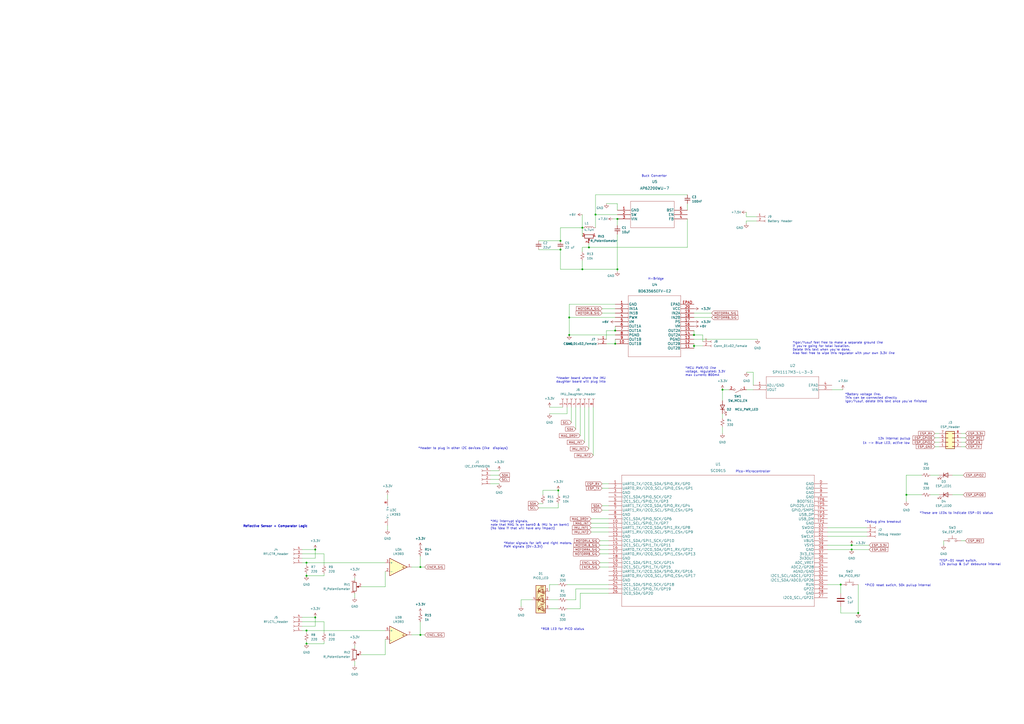
<source format=kicad_sch>
(kicad_sch (version 20211123) (generator eeschema)
  (paper "A2")
  (junction (at 356.87 199.39))
  (junction (at 356.87 191.77))
  (junction (at 337.82 156.21))
  (junction (at 497.84 355.6))
  (junction (at 525.78 287.02))
  (junction (at 330.2 194.31))
  (junction (at 177.8 365.76))
  (junction (at 182.88 358.14))
  (junction (at 325.12 144.78))
  (junction (at 358.14 156.21))
  (junction (at 345.44 124.46))
  (junction (at 243.84 368.3))
  (junction (at 341.63 143.51))
  (junction (at 487.68 339.09))
  (junction (at 494.03 316.23))
  (junction (at 177.8 334.01))
  (junction (at 402.59 200.66))
  (junction (at 337.82 132.08))
  (junction (at 325.12 139.7))
  (junction (at 330.2 184.15))
  (junction (at 243.84 328.93))
  (junction (at 358.14 127))
  (junction (at 494.03 318.77))
  (junction (at 323.85 284.48))
  (junction (at 402.59 194.31))
  (junction (at 182.88 318.77))
  (junction (at 177.8 373.38))
  (junction (at 177.8 326.39))
  (junction (at 419.1 226.06))
  (wire (pts (xy 359.41 127) (xy 358.14 127)))
  (wire (pts (xy 177.8 372.11) (xy 177.8 373.38)))
  (wire (pts (xy 325.12 132.08) (xy 337.82 132.08)))
  (wire (pts (xy 337.82 124.46) (xy 337.82 132.08)))
  (wire (pts (xy 342.9 306.07) (xy 353.06 306.07)))
  (wire (pts (xy 351.79 196.85) (xy 351.79 191.77)))
  (wire (pts (xy 502.92 306.07) (xy 480.06 306.07)))
  (wire (pts (xy 497.84 339.09) (xy 497.84 355.6)))
  (wire (pts (xy 314.96 284.48) (xy 323.85 284.48)))
  (wire (pts (xy 312.42 294.64) (xy 323.85 294.64)))
  (wire (pts (xy 243.84 328.93) (xy 246.38 328.93)))
  (wire (pts (xy 432.9539 123.083) (xy 432.9539 125.6615)))
  (wire (pts (xy 436.88 215.9) (xy 433.07 215.9)))
  (wire (pts (xy 345.44 124.46) (xy 358.14 124.46)))
  (wire (pts (xy 318.77 347.98) (xy 323.85 347.98)))
  (wire (pts (xy 349.25 293.37) (xy 353.06 293.37)))
  (wire (pts (xy 557.53 313.69) (xy 560.07 313.69)))
  (wire (pts (xy 243.84 368.3) (xy 246.38 368.3)))
  (wire (pts (xy 284.48 275.59) (xy 289.56 275.59)))
  (wire (pts (xy 334.01 236.22) (xy 334.01 248.92)))
  (wire (pts (xy 407.67 198.12) (xy 407.67 194.31)))
  (wire (pts (xy 325.12 144.78) (xy 325.12 156.21)))
  (wire (pts (xy 325.12 139.7) (xy 325.12 132.08)))
  (wire (pts (xy 402.59 181.61) (xy 412.75 181.61)))
  (wire (pts (xy 552.45 287.02) (xy 558.8 287.02)))
  (wire (pts (xy 238.76 328.93) (xy 243.84 328.93)))
  (wire (pts (xy 356.87 196.85) (xy 356.87 199.39)))
  (wire (pts (xy 349.25 181.61) (xy 356.87 181.61)))
  (wire (pts (xy 177.8 365.76) (xy 223.52 365.76)))
  (wire (pts (xy 175.26 360.68) (xy 187.96 360.68)))
  (wire (pts (xy 302.26 347.98) (xy 308.61 347.98)))
  (wire (pts (xy 525.78 275.59) (xy 525.78 287.02)))
  (wire (pts (xy 407.67 194.31) (xy 402.59 194.31)))
  (wire (pts (xy 542.29 251.46) (xy 544.83 251.46)))
  (wire (pts (xy 337.82 151.13) (xy 337.82 156.21)))
  (wire (pts (xy 342.9 308.61) (xy 353.06 308.61)))
  (wire (pts (xy 175.26 318.77) (xy 182.88 318.77)))
  (wire (pts (xy 325.12 156.21) (xy 337.82 156.21)))
  (wire (pts (xy 182.88 323.85) (xy 182.88 318.77)))
  (wire (pts (xy 345.44 113.03) (xy 345.44 124.46)))
  (wire (pts (xy 328.93 347.98) (xy 334.01 347.98)))
  (wire (pts (xy 312.42 292.1) (xy 314.96 292.1)))
  (wire (pts (xy 542.29 254) (xy 544.83 254)))
  (wire (pts (xy 328.93 339.09) (xy 353.06 339.09)))
  (wire (pts (xy 205.74 344.17) (xy 205.74 346.71)))
  (wire (pts (xy 345.44 124.46) (xy 345.44 132.08)))
  (wire (pts (xy 487.68 351.79) (xy 487.68 355.6)))
  (wire (pts (xy 223.52 340.36) (xy 223.52 331.47)))
  (wire (pts (xy 358.14 118.11) (xy 358.14 121.92)))
  (wire (pts (xy 356.87 189.23) (xy 356.87 191.77)))
  (wire (pts (xy 502.92 311.15) (xy 480.06 311.15)))
  (wire (pts (xy 419.1 247.65) (xy 419.1 251.46)))
  (wire (pts (xy 398.78 118.11) (xy 398.78 121.92)))
  (wire (pts (xy 331.47 236.22) (xy 331.47 245.11)))
  (wire (pts (xy 482.6 226.06) (xy 488.95 226.06)))
  (wire (pts (xy 402.59 199.39) (xy 402.59 200.66)))
  (wire (pts (xy 205.74 374.65) (xy 205.74 375.92)))
  (wire (pts (xy 330.2 184.15) (xy 356.87 184.15)))
  (wire (pts (xy 312.42 144.78) (xy 325.12 144.78)))
  (wire (pts (xy 336.55 344.17) (xy 336.55 353.06)))
  (wire (pts (xy 341.63 236.22) (xy 341.63 260.35)))
  (wire (pts (xy 358.14 156.21) (xy 358.14 135.89)))
  (wire (pts (xy 552.45 275.59) (xy 558.8 275.59)))
  (wire (pts (xy 432.9043 128.2015) (xy 432.9043 129.5787)))
  (wire (pts (xy 330.2 184.15) (xy 330.2 194.31)))
  (wire (pts (xy 177.8 332.74) (xy 177.8 334.01)))
  (wire (pts (xy 432.9539 125.6615) (xy 438.8819 125.6615)))
  (wire (pts (xy 542.29 259.08) (xy 544.83 259.08)))
  (wire (pts (xy 243.84 322.58) (xy 243.84 328.93)))
  (wire (pts (xy 284.48 273.05) (xy 289.56 273.05)))
  (wire (pts (xy 353.06 341.63) (xy 334.01 341.63)))
  (wire (pts (xy 187.96 372.11) (xy 187.96 373.38)))
  (wire (pts (xy 494.03 318.77) (xy 504.19 318.77)))
  (wire (pts (xy 557.53 256.54) (xy 560.07 256.54)))
  (wire (pts (xy 402.59 191.77) (xy 402.59 194.31)))
  (wire (pts (xy 402.59 196.85) (xy 439.42 196.85)))
  (wire (pts (xy 353.06 344.17) (xy 336.55 344.17)))
  (wire (pts (xy 347.98 318.77) (xy 353.06 318.77)))
  (wire (pts (xy 284.48 278.13) (xy 289.56 278.13)))
  (wire (pts (xy 344.17 236.22) (xy 344.17 264.16)))
  (wire (pts (xy 351.79 118.11) (xy 358.14 118.11)))
  (wire (pts (xy 398.78 113.03) (xy 345.44 113.03)))
  (wire (pts (xy 358.14 127) (xy 358.14 130.81)))
  (wire (pts (xy 177.8 326.39) (xy 223.52 326.39)))
  (wire (pts (xy 175.26 363.22) (xy 182.88 363.22)))
  (wire (pts (xy 349.25 283.21) (xy 353.06 283.21)))
  (wire (pts (xy 318.77 353.06) (xy 323.85 353.06)))
  (wire (pts (xy 547.37 313.69) (xy 547.37 316.23)))
  (wire (pts (xy 347.98 328.93) (xy 353.06 328.93)))
  (wire (pts (xy 187.96 321.31) (xy 187.96 327.66)))
  (wire (pts (xy 534.67 275.59) (xy 525.78 275.59)))
  (wire (pts (xy 330.2 194.31) (xy 356.87 194.31)))
  (wire (pts (xy 419.1 226.06) (xy 419.1 232.41)))
  (wire (pts (xy 398.78 127) (xy 398.78 143.51)))
  (wire (pts (xy 358.14 157.48) (xy 358.14 156.21)))
  (wire (pts (xy 349.25 280.67) (xy 353.06 280.67)))
  (wire (pts (xy 318.77 339.09) (xy 318.77 342.9)))
  (wire (pts (xy 347.98 326.39) (xy 353.06 326.39)))
  (wire (pts (xy 539.75 287.02) (xy 544.83 287.02)))
  (wire (pts (xy 182.88 363.22) (xy 182.88 358.14)))
  (wire (pts (xy 187.96 334.01) (xy 177.8 334.01)))
  (wire (pts (xy 243.84 360.68) (xy 243.84 368.3)))
  (wire (pts (xy 323.85 284.48) (xy 323.85 287.02)))
  (wire (pts (xy 419.1 226.06) (xy 422.91 226.06)))
  (wire (pts (xy 175.26 321.31) (xy 187.96 321.31)))
  (wire (pts (xy 328.93 240.03) (xy 318.77 240.03)))
  (wire (pts (xy 224.79 304.8) (xy 224.79 307.34)))
  (wire (pts (xy 341.63 140.97) (xy 341.63 143.51)))
  (wire (pts (xy 209.55 340.36) (xy 223.52 340.36)))
  (wire (pts (xy 402.59 184.15) (xy 412.75 184.15)))
  (wire (pts (xy 438.8819 128.2015) (xy 432.9043 128.2015)))
  (wire (pts (xy 224.79 287.02) (xy 224.79 289.56)))
  (wire (pts (xy 312.42 139.7) (xy 325.12 139.7)))
  (wire (pts (xy 480.06 318.77) (xy 494.03 318.77)))
  (wire (pts (xy 330.2 176.53) (xy 356.87 176.53)))
  (wire (pts (xy 419.1 240.03) (xy 419.1 242.57)))
  (wire (pts (xy 284.48 280.67) (xy 289.56 280.67)))
  (wire (pts (xy 177.8 326.39) (xy 177.8 327.66)))
  (wire (pts (xy 318.77 236.22) (xy 326.39 236.22)))
  (wire (pts (xy 339.09 236.22) (xy 339.09 256.54)))
  (wire (pts (xy 342.9 303.53) (xy 353.06 303.53)))
  (wire (pts (xy 487.68 339.09) (xy 487.68 344.17)))
  (wire (pts (xy 557.53 251.46) (xy 560.07 251.46)))
  (wire (pts (xy 349.25 179.07) (xy 356.87 179.07)))
  (wire (pts (xy 557.53 259.08) (xy 560.07 259.08)))
  (wire (pts (xy 314.96 287.02) (xy 314.96 284.48)))
  (wire (pts (xy 351.79 191.77) (xy 356.87 191.77)))
  (wire (pts (xy 336.55 236.22) (xy 336.55 252.73)))
  (wire (pts (xy 355.6 127) (xy 358.14 127)))
  (wire (pts (xy 175.26 326.39) (xy 177.8 326.39)))
  (wire (pts (xy 302.26 347.98) (xy 302.26 351.79)))
  (wire (pts (xy 175.26 323.85) (xy 182.88 323.85)))
  (wire (pts (xy 177.8 365.76) (xy 177.8 367.03)))
  (wire (pts (xy 525.78 287.02) (xy 534.67 287.02)))
  (wire (pts (xy 433.07 226.06) (xy 436.88 226.06)))
  (wire (pts (xy 402.59 200.66) (xy 402.59 201.93)))
  (wire (pts (xy 494.03 316.23) (xy 504.19 316.23)))
  (wire (pts (xy 323.85 294.64) (xy 323.85 292.1)))
  (wire (pts (xy 205.74 335.28) (xy 205.74 336.55)))
  (wire (pts (xy 480.06 316.23) (xy 494.03 316.23)))
  (wire (pts (xy 205.74 383.54) (xy 205.74 386.08)))
  (wire (pts (xy 342.9 300.99) (xy 353.06 300.99)))
  (wire (pts (xy 187.96 373.38) (xy 177.8 373.38)))
  (wire (pts (xy 525.78 287.02) (xy 525.78 290.83)))
  (wire (pts (xy 539.75 275.59) (xy 544.83 275.59)))
  (wire (pts (xy 328.93 236.22) (xy 328.93 240.03)))
  (wire (pts (xy 557.53 254) (xy 560.07 254)))
  (wire (pts (xy 223.52 379.73) (xy 223.52 370.84)))
  (wire (pts (xy 351.79 199.39) (xy 356.87 199.39)))
  (wire (pts (xy 341.63 143.51) (xy 398.78 143.51)))
  (wire (pts (xy 187.96 332.74) (xy 187.96 334.01)))
  (wire (pts (xy 175.26 365.76) (xy 177.8 365.76)))
  (wire (pts (xy 330.2 176.53) (xy 330.2 184.15)))
  (wire (pts (xy 337.82 143.51) (xy 341.63 143.51)))
  (wire (pts (xy 328.93 353.06) (xy 336.55 353.06)))
  (wire (pts (xy 487.68 355.6) (xy 497.84 355.6)))
  (wire (pts (xy 337.82 143.51) (xy 337.82 146.05)))
  (wire (pts (xy 209.55 379.73) (xy 223.52 379.73)))
  (wire (pts (xy 337.82 132.08) (xy 337.82 137.16)))
  (wire (pts (xy 502.92 308.61) (xy 480.06 308.61)))
  (wire (pts (xy 175.26 358.14) (xy 182.88 358.14)))
  (wire (pts (xy 542.29 256.54) (xy 544.83 256.54)))
  (wire (pts (xy 347.98 316.23) (xy 353.06 316.23)))
  (wire (pts (xy 238.76 368.3) (xy 243.84 368.3)))
  (wire (pts (xy 407.67 200.66) (xy 402.59 200.66)))
  (wire (pts (xy 349.25 295.91) (xy 353.06 295.91)))
  (wire (pts (xy 323.85 339.09) (xy 318.77 339.09)))
  (wire (pts (xy 187.96 360.68) (xy 187.96 367.03)))
  (wire (pts (xy 347.98 321.31) (xy 353.06 321.31)))
  (wire (pts (xy 334.01 341.63) (xy 334.01 347.98)))
  (wire (pts (xy 436.88 223.52) (xy 436.88 215.9)))
  (wire (pts (xy 480.06 339.09) (xy 487.68 339.09)))
  (wire (pts (xy 337.82 156.21) (xy 358.14 156.21)))
  (wire (pts (xy 347.98 313.69) (xy 353.06 313.69)))
  (text "*ESP-01 reset switch, \n12k pullup & 1uF debounce internal\n\n" (at 544.83 330.2 0) (effects (font (size 1.27 1.27)) (justify left bottom)))
  (text "Pico-Microcontroller\n" (at 426.72 274.32 0) (effects (font (size 1.27 1.27)) (justify left bottom)))
  (text "Buck Convertor\n" (at 372.11 102.87 0) (effects (font (size 1.27 1.27)) (justify left bottom)))
  (text "*PICO reset swtich, 50k pullup internal" (at 501.65 340.36 0) (effects (font (size 1.27 1.27)) (justify left bottom)))
  (text "*Battery voltage line.\nThis can be connected directly\nIgor/Yusuf, delete this text once you've finished" (at 490.22 233.68 0) (effects (font (size 1.27 1.27)) (justify left bottom)))
  (text "*IMU interrupt signals,\nnote that MAG is on bank0 & IMU is on bank1\n(No idea if that will have any impact)\n" (at 284.48 307.34 0) (effects (font (size 1.27 1.27)) (justify left bottom)))
  (text "*Header board where the IMU\ndaughter board will plug into" (at 322.58 222.25 0) (effects (font (size 1.27 1.27)) (justify left bottom)))
  (text "12k internal pullup\n" (at 509.27 255.27 0) (effects (font (size 1.27 1.27)) (justify left bottom)))
  (text "*Header to plug in other I2C devices (like  displays)\n\n" (at 242.57 262.89 0) (effects (font (size 1.27 1.27)) (justify left bottom)))
  (text "*RGB LED for PICO status\n" (at 313.69 365.76 0) (effects (font (size 1.27 1.27)) (justify left bottom)))
  (text "Reflective Sensor + Comparator Logic\n" (at 140.97 306.07 0) (effects (font (size 1.27 1.27) (thickness 0.254) bold) (justify left bottom)))
  (text "*Debug pins breakout" (at 501.65 303.53 0) (effects (font (size 1.27 1.27)) (justify left bottom)))
  (text "*MCU PWR/IO line\nvoltage, regulated: 3.3V\nmax current: 800mA" (at 397.51 218.44 0) (effects (font (size 1.27 1.27)) (justify left bottom)))
  (text "*Motor signals for left and right motors. \nPWM signals (0V-3.3V)\n\n" (at 292.1 320.04 0) (effects (font (size 1.27 1.27)) (justify left bottom)))
  (text "H-Bridge\n" (at 375.92 162.56 0) (effects (font (size 1.27 1.27)) (justify left bottom)))
  (text "1k -> Blue LED, active low" (at 500.38 257.81 0) (effects (font (size 1.27 1.27)) (justify left bottom)))
  (text "*These are LEDs to indicate ESP-01 status\n" (at 533.4 298.45 0) (effects (font (size 1.27 1.27)) (justify left bottom)))
  (text "*Igor/Yusuf feel free to make a separate ground line\nif you're going for total isolation.\nDelete this text when you're done.\nAlso feel free to wipe this regulator with your own 3.3V line" (at 459.74 205.74 0) (effects (font (size 1.27 1.27)) (justify left bottom)))
  (global_label "ESP_RST" (shape input) (at 560.07 313.69 0) (property "Intersheet References" "${INTERSHEET_REFS}" (effects hide)))
  (global_label "ESP_GPIO2" (shape input) (at 558.8 275.59 0) (property "Intersheet References" "${INTERSHEET_REFS}" (effects hide)))
  (global_label "MOTORLB_SIG" (shape input) (at 347.98 316.23 180) (property "Intersheet References" "${INTERSHEET_REFS}" (effects hide)))
  (global_label "SDA" (shape input) (at 334.01 248.92 180) (property "Intersheet References" "${INTERSHEET_REFS}" (effects hide)))
  (global_label "MOTORLA_SIG" (shape input) (at 349.25 179.07 180) (property "Intersheet References" "${INTERSHEET_REFS}" (effects hide)))
  (global_label "ENCL_SIG" (shape input) (at 347.98 326.39 180) (property "Intersheet References" "${INTERSHEET_REFS}" (effects hide)))
  (global_label "SDA" (shape input) (at 349.25 293.37 180) (property "Intersheet References" "${INTERSHEET_REFS}" (effects hide)))
  (global_label "MAG_INT" (shape input) (at 342.9 303.53 180) (property "Intersheet References" "${INTERSHEET_REFS}" (effects hide)))
  (global_label "ESP_GND" (shape input) (at 504.19 318.77 0) (property "Intersheet References" "${INTERSHEET_REFS}" (effects hide)))
  (global_label "MOTORLB_SIG" (shape input) (at 349.25 181.61 180) (property "Intersheet References" "${INTERSHEET_REFS}" (effects hide)))
  (global_label "MOTORRA_SIG" (shape input) (at 412.75 181.61 0) (property "Intersheet References" "${INTERSHEET_REFS}" (effects hide)))
  (global_label "MAG_INT" (shape input) (at 339.09 256.54 180) (property "Intersheet References" "${INTERSHEET_REFS}" (effects hide)))
  (global_label "ESP_GPIO0" (shape input) (at 558.8 287.02 0) (property "Intersheet References" "${INTERSHEET_REFS}" (effects hide)))
  (global_label "ESP_EN" (shape input) (at 560.07 256.54 0) (property "Intersheet References" "${INTERSHEET_REFS}" (effects hide)))
  (global_label "IMU_INT1" (shape input) (at 341.63 260.35 180) (property "Intersheet References" "${INTERSHEET_REFS}" (effects hide)))
  (global_label "ENCR_SIG" (shape input) (at 347.98 328.93 180) (property "Intersheet References" "${INTERSHEET_REFS}" (effects hide)))
  (global_label "SDA" (shape input) (at 289.56 275.59 0) (property "Intersheet References" "${INTERSHEET_REFS}" (effects hide)))
  (global_label "ESP_GPIO0" (shape input) (at 542.29 254 180) (property "Intersheet References" "${INTERSHEET_REFS}" (effects hide)))
  (global_label "SCL" (shape input) (at 349.25 295.91 180) (property "Intersheet References" "${INTERSHEET_REFS}" (effects hide)))
  (global_label "SCL" (shape input) (at 331.47 245.11 180) (property "Intersheet References" "${INTERSHEET_REFS}" (effects hide)))
  (global_label "ESP_3.3V" (shape input) (at 504.19 316.23 0) (property "Intersheet References" "${INTERSHEET_REFS}" (effects hide)))
  (global_label "MAG_DRDY" (shape input) (at 342.9 300.99 180) (property "Intersheet References" "${INTERSHEET_REFS}" (effects hide)))
  (global_label "IMU_INT1" (shape input) (at 342.9 306.07 180) (property "Intersheet References" "${INTERSHEET_REFS}" (effects hide)))
  (global_label "ENCR_SIG" (shape input) (at 246.38 328.93 0) (property "Intersheet References" "${INTERSHEET_REFS}" (effects hide)))
  (global_label "MOTORRB_SIG" (shape input) (at 347.98 321.31 180) (property "Intersheet References" "${INTERSHEET_REFS}" (effects hide)))
  (global_label "ESP_RX" (shape input) (at 542.29 251.46 180) (property "Intersheet References" "${INTERSHEET_REFS}" (effects hide)))
  (global_label "ESP_3.3V" (shape input) (at 560.07 251.46 0) (property "Intersheet References" "${INTERSHEET_REFS}" (effects hide)))
  (global_label "SCL" (shape input) (at 312.42 294.64 180) (property "Intersheet References" "${INTERSHEET_REFS}" (effects hide)))
  (global_label "IMU_INT2" (shape input) (at 342.9 308.61 180) (property "Intersheet References" "${INTERSHEET_REFS}" (effects hide)))
  (global_label "ESP_GPIO2" (shape input) (at 542.29 256.54 180) (property "Intersheet References" "${INTERSHEET_REFS}" (effects hide)))
  (global_label "ESP_TX" (shape input) (at 560.07 259.08 0) (property "Intersheet References" "${INTERSHEET_REFS}" (effects hide)))
  (global_label "IMU_INT2" (shape input) (at 344.17 264.16 180) (property "Intersheet References" "${INTERSHEET_REFS}" (effects hide)))
  (global_label "MOTORRB_SIG" (shape input) (at 412.75 184.15 0) (property "Intersheet References" "${INTERSHEET_REFS}" (effects hide)))
  (global_label "SDA" (shape input) (at 312.42 292.1 180) (property "Intersheet References" "${INTERSHEET_REFS}" (effects hide)))
  (global_label "MOTORRA_SIG" (shape input) (at 347.98 318.77 180) (property "Intersheet References" "${INTERSHEET_REFS}" (effects hide)))
  (global_label "MAG_DRDY" (shape input) (at 336.55 252.73 180) (property "Intersheet References" "${INTERSHEET_REFS}" (effects hide)))
  (global_label "ESP_RST" (shape input) (at 560.07 254 0) (property "Intersheet References" "${INTERSHEET_REFS}" (effects hide)))
  (global_label "ENCL_SIG" (shape input) (at 246.38 368.3 0) (property "Intersheet References" "${INTERSHEET_REFS}" (effects hide)))
  (global_label "ESP_GND" (shape input) (at 542.29 259.08 180) (property "Intersheet References" "${INTERSHEET_REFS}" (effects hide)))
  (global_label "SCL" (shape input) (at 289.56 278.13 0) (property "Intersheet References" "${INTERSHEET_REFS}" (effects hide)))
  (global_label "MOTORLA_SIG" (shape input) (at 347.98 313.69 180) (property "Intersheet References" "${INTERSHEET_REFS}" (effects hide)))
  (global_label "ESP_RX" (shape input) (at 349.25 280.67 180) (property "Intersheet References" "${INTERSHEET_REFS}" (effects hide)))
  (global_label "ESP_TX" (shape input) (at 349.25 283.21 180) (property "Intersheet References" "${INTERSHEET_REFS}" (effects hide)))
  (symbol (lib_name "+3.3V_8") (lib_id "power:+3.3V") (at 419.1 226.06 0) (unit 1)
    (property "Reference" "#PWR0102" (effects hide))
    (property "Value" "+3.3V" (at 419.1 220.98 0))
  )
  (symbol (lib_id "power:GND") (at 351.79 118.11 0) (unit 1)
    (property "Reference" "#PWR0136" (effects hide))
    (property "Value" "GND" (at 347.98 120.65 0))
  )
  (symbol (lib_id "Device:R_Small_US") (at 187.96 369.57 180) (unit 1)
    (property "Reference" "R10" (at 190.5 368.2999 0) (effects (justify right)))
    (property "Value" "220" (at 190.5 370.8399 0) (effects (justify right)))
    (property "Footprint" "Resistor_SMD:R_1206_3216Metric_Pad1.30x1.75mm_HandSolder" (effects hide))
  )
  (symbol (lib_id "power:GND") (at 205.74 346.71 0) (unit 1)
    (property "Reference" "#PWR0125" (effects hide))
    (property "Value" "GND" (at 205.74 351.79 0))
  )
  (symbol (lib_name "+3.3V_6") (lib_id "power:+3.3V") (at 323.85 284.48 0) (unit 1)
    (property "Reference" "#PWR0119" (effects hide))
    (property "Value" "+3.3V" (at 323.85 279.4 0))
  )
  (symbol (lib_id "power:GND") (at 177.8 373.38 0) (unit 1)
    (property "Reference" "#PWR0121" (effects hide))
    (property "Value" "GND" (at 177.8 378.46 0))
  )
  (symbol (lib_id "Switch:SW_Push") (at 552.45 313.69 0) (unit 1)
    (property "Reference" "SW3" (at 552.45 306.07 0))
    (property "Value" "SW_ESP_RST" (at 552.45 308.61 0))
    (property "Footprint" "Button_Switch_THT:SW_PUSH_6mm_H4.3mm" (effects hide))
  )
  (symbol (lib_id "Buck Convertor:AP62200WU-7") (at 358.14 121.92 0) (unit 1)
    (property "Reference" "U5" (at 379.73 105.41 0) (effects (font (size 1.524 1.524))))
    (property "Value" "AP62200WU-7" (at 379.73 109.22 0) (effects (font (size 1.524 1.524))))
    (property "Footprint" "SMPS_3rdParty:AP62200WU-7" (effects hide))
  )
  (symbol (lib_id "Connector:Conn_01x02_Female") (at 443.9619 125.6615 0) (unit 1)
    (property "Reference" "J9" (at 445.2319 125.6614 0) (effects (justify left)))
    (property "Value" "Battery Header" (at 445.2319 128.2015 0) (effects (justify left)))
    (property "Footprint" "Connector_PinSocket_2.54mm:PinSocket_1x02_P2.54mm_Vertical" (effects hide))
  )
  (symbol (lib_id "Device:R_Small_US") (at 326.39 353.06 90) (unit 1)
    (property "Reference" "R3" (at 326.39 356.87 90))
    (property "Value" "330" (at 326.39 359.41 90))
    (property "Footprint" "Resistor_SMD:R_1206_3216Metric_Pad1.30x1.75mm_HandSolder" (effects hide))
  )
  (symbol (lib_id "Device:R_Small_US") (at 326.39 339.09 90) (unit 1)
    (property "Reference" "R2" (at 326.39 334.01 90))
    (property "Value" "330" (at 326.39 336.55 90))
    (property "Footprint" "Resistor_SMD:R_1206_3216Metric_Pad1.30x1.75mm_HandSolder" (effects hide))
  )
  (symbol (lib_id "Device:R_Potentiometer") (at 205.74 379.73 0) (unit 1)
    (property "Reference" "RV2" (at 203.2 378.4599 0) (effects (justify right)))
    (property "Value" "R_Potentiometer" (at 203.2 380.9999 0) (effects (justify right)))
    (property "Footprint" "Potentiometer_SMD:Potentiometer_Bourns_TC33X_Vertical" (effects hide))
  )
  (symbol (lib_name "+3.3V_11") (lib_id "power:+3.3V") (at 402.59 179.07 270) (unit 1)
    (property "Reference" "#PWR0130" (effects hide))
    (property "Value" "+3.3V" (at 406.4 179.0699 90) (effects (justify left)))
  )
  (symbol (lib_id "Device:R_Potentiometer") (at 205.74 340.36 0) (unit 1)
    (property "Reference" "RV1" (at 203.2 339.0899 0) (effects (justify right)))
    (property "Value" "R_Potentiometer" (at 203.2 341.6299 0) (effects (justify right)))
    (property "Footprint" "Potentiometer_SMD:Potentiometer_Bourns_TC33X_Vertical" (effects hide))
  )
  (symbol (lib_id "Connector:Conn_01x08_Female") (at 334.01 231.14 90) (unit 1)
    (property "Reference" "J6" (at 335.28 226.06 90))
    (property "Value" "IMU_Daughter_Header" (at 335.28 228.6 90))
    (property "Footprint" "Connector_PinSocket_2.54mm:PinSocket_1x08_P2.54mm_Vertical" (effects hide))
  )
  (symbol (lib_id "power:GND") (at 419.1 251.46 0) (unit 1)
    (property "Reference" "#PWR0106" (effects hide))
    (property "Value" "GND" (at 419.1 256.54 0))
  )
  (symbol (lib_id "power:GND") (at 497.84 355.6 0) (unit 1)
    (property "Reference" "#PWR0105" (effects hide))
    (property "Value" "GND" (at 497.84 360.68 0))
  )
  (symbol (lib_name "+3.3V_7") (lib_id "power:+3.3V") (at 224.79 287.02 0) (unit 1)
    (property "Reference" "#PWR0112" (effects hide))
    (property "Value" "+3.3V" (at 224.79 281.94 0))
  )
  (symbol (lib_id "power:GND") (at 224.79 307.34 0) (unit 1)
    (property "Reference" "#PWR0113" (effects hide))
    (property "Value" "GND" (at 224.79 312.42 0))
  )
  (symbol (lib_id "Device:C_Small") (at 312.42 142.24 0) (unit 1)
    (property "Reference" "C2" (at 314.96 140.9762 0) (effects (justify left)))
    (property "Value" "22uF" (at 314.96 143.5162 0) (effects (justify left)))
    (property "Footprint" "Capacitor_SMD:C_1206_3216Metric_Pad1.33x1.80mm_HandSolder" (effects hide))
  )
  (symbol (lib_id "Connector:Conn_01x04_Female") (at 279.4 278.13 180) (unit 1)
    (property "Reference" "J1" (at 276.86 267.97 0))
    (property "Value" "I2C_EXPANSION" (at 276.86 270.51 0))
    (property "Footprint" "Connector_PinSocket_2.54mm:PinSocket_1x04_P2.54mm_Vertical" (effects hide))
  )
  (symbol (lib_id "Device:R_Small_US") (at 243.84 358.14 180) (unit 1)
    (property "Reference" "R15" (at 246.38 356.8699 0) (effects (justify right)))
    (property "Value" "1k" (at 246.38 359.4099 0) (effects (justify right)))
    (property "Footprint" "Resistor_SMD:R_1206_3216Metric_Pad1.30x1.75mm_HandSolder" (effects hide))
  )
  (symbol (lib_id "power:+6V") (at 356.87 186.69 90) (unit 1)
    (property "Reference" "#PWR0117" (effects hide))
    (property "Value" "+6V" (at 353.06 186.6899 90) (effects (justify left)))
  )
  (symbol (lib_id "power:+7.5V") (at 488.95 226.06 0) (unit 1)
    (property "Reference" "#PWR0101" (effects hide))
    (property "Value" "+7.5V" (at 488.95 220.98 0))
  )
  (symbol (lib_id "power:GND") (at 439.42 196.85 0) (unit 1)
    (property "Reference" "#PWR0128" (effects hide))
    (property "Value" "GND" (at 439.42 201.93 0))
  )
  (symbol (lib_id "Comparator:LM393") (at 231.14 328.93 0) (unit 1)
    (property "Reference" "U3" (at 231.14 318.77 0))
    (property "Value" "LM393" (at 231.14 321.31 0))
    (property "Footprint" "Package_DIP:DIP-8_W7.62mm_LongPads" (effects hide))
    (property "Datasheet" "http://www.ti.com/lit/ds/symlink/lm393.pdf" (effects hide))
  )
  (symbol (lib_id "Device:R_Small_US") (at 187.96 330.2 180) (unit 1)
    (property "Reference" "R9" (at 190.5 328.9299 0) (effects (justify right)))
    (property "Value" "220" (at 190.5 331.4699 0) (effects (justify right)))
    (property "Footprint" "Resistor_SMD:R_1206_3216Metric_Pad1.30x1.75mm_HandSolder" (effects hide))
  )
  (symbol (lib_id "Device:R_Small_US") (at 323.85 289.56 180) (unit 1)
    (property "Reference" "R12" (at 326.39 288.2899 0) (effects (justify right)))
    (property "Value" "10k" (at 326.39 290.8299 0) (effects (justify right)))
    (property "Footprint" "Resistor_SMD:R_1206_3216Metric_Pad1.30x1.75mm_HandSolder" (effects hide))
  )
  (symbol (lib_id "power:GND") (at 302.26 351.79 0) (unit 1)
    (property "Reference" "#PWR0108" (effects hide))
    (property "Value" "GND" (at 302.26 356.87 0))
  )
  (symbol (lib_id "power:+6V") (at 337.82 124.46 90) (unit 1)
    (property "Reference" "#PWR0129" (effects hide))
    (property "Value" "+6V" (at 334.01 124.46 90) (effects (justify left)))
  )
  (symbol (lib_name "+3.3V_4") (lib_id "power:+3.3V") (at 182.88 358.14 0) (unit 1)
    (property "Reference" "#PWR0122" (effects hide))
    (property "Value" "+3.3V" (at 182.88 353.06 0))
  )
  (symbol (lib_id "power:+3.3V") (at 318.77 236.22 0) (unit 1)
    (property "Reference" "#PWR0116" (effects hide))
    (property "Value" "+3.3V" (at 318.77 231.14 0))
  )
  (symbol (lib_id "Device:R_Small_US") (at 537.21 275.59 90) (unit 1)
    (property "Reference" "R5" (at 537.21 269.24 90))
    (property "Value" "330" (at 537.21 271.78 90))
    (property "Footprint" "Resistor_SMD:R_1206_3216Metric_Pad1.30x1.75mm_HandSolder" (effects hide))
  )
  (symbol (lib_id "Switch:SW_SPST") (at 427.99 226.06 180) (unit 1)
    (property "Reference" "SW1" (at 427.99 229.87 0))
    (property "Value" "SW_MCU_EN" (at 427.99 232.41 0))
    (property "Footprint" "Connector_PinHeader_2.54mm:PinHeader_1x02_P2.54mm_Vertical" (effects hide))
  )
  (symbol (lib_id "Device:R_Small_US") (at 243.84 320.04 180) (unit 1)
    (property "Reference" "R14" (at 246.38 318.7699 0) (effects (justify right)))
    (property "Value" "1k" (at 246.38 321.3099 0) (effects (justify right)))
    (property "Footprint" "Resistor_SMD:R_1206_3216Metric_Pad1.30x1.75mm_HandSolder" (effects hide))
  )
  (symbol (lib_id "Connector:Conn_01x02_Female") (at 346.71 196.85 0) (mirror y) (unit 1)
    (property "Reference" "J7" (at 344.17 196.85 0))
    (property "Value" "Conn_01x02_Female" (at 336.55 199.39 0))
    (property "Footprint" "Connector_PinSocket_2.54mm:PinSocket_1x02_P2.54mm_Vertical" (effects hide))
  )
  (symbol (lib_id "Device:R_Small_US") (at 419.1 245.11 180) (unit 1)
    (property "Reference" "R4" (at 421.64 243.8399 0) (effects (justify right)))
    (property "Value" "330" (at 421.64 246.3799 0) (effects (justify right)))
    (property "Footprint" "Resistor_SMD:R_1206_3216Metric_Pad1.30x1.75mm_HandSolder" (effects hide))
  )
  (symbol (lib_id "power:GND") (at 525.78 290.83 0) (unit 1)
    (property "Reference" "#PWR0109" (effects hide))
    (property "Value" "GND" (at 525.78 295.91 0))
  )
  (symbol (lib_id "power:GND") (at 433.07 215.9 0) (unit 1)
    (property "Reference" "#PWR0107" (effects hide))
    (property "Value" "GND" (at 433.07 220.98 0))
  )
  (symbol (lib_id "Connector:Conn_01x03_Female") (at 508 308.61 0) (unit 1)
    (property "Reference" "J2" (at 509.27 307.3399 0) (effects (justify left)))
    (property "Value" "Debug Header" (at 509.27 309.8799 0) (effects (justify left)))
    (property "Footprint" "Connector_PinSocket_2.54mm:PinSocket_1x03_P2.54mm_Vertical" (effects hide))
  )
  (symbol (lib_id "Device:R_Potentiometer") (at 341.63 137.16 270) (unit 1)
    (property "Reference" "RV3" (at 350.52 137.16 90) (effects (justify right)))
    (property "Value" "R_Potentiometer" (at 358.14 139.7 90) (effects (justify right)))
    (property "Footprint" "Potentiometer_SMD:Potentiometer_Bourns_TC33X_Vertical" (effects hide))
  )
  (symbol (lib_id "power:GND") (at 205.74 386.08 0) (unit 1)
    (property "Reference" "#PWR0127" (effects hide))
    (property "Value" "GND" (at 205.74 391.16 0))
  )
  (symbol (lib_name "+3.3V_12") (lib_id "power:+3.3V") (at 402.59 186.69 270) (unit 1)
    (property "Reference" "#PWR0131" (effects hide))
    (property "Value" "+3.3V" (at 406.4 186.6899 90) (effects (justify left)))
  )
  (symbol (lib_name "+3.3V_3") (lib_id "power:+3.3V") (at 182.88 318.77 0) (unit 1)
    (property "Reference" "#PWR0111" (effects hide))
    (property "Value" "+3.3V" (at 182.88 313.69 0))
  )
  (symbol (lib_id "Device:LED") (at 548.64 275.59 0) (unit 1)
    (property "Reference" "D3" (at 547.37 279.4 0))
    (property "Value" "ESP_LED1" (at 547.37 281.94 0))
    (property "Footprint" "LED_SMD:LED_2010_5025Metric_Pad1.52x2.65mm_HandSolder" (effects hide))
  )
  (symbol (lib_id "power:+7.5V") (at 355.6 127 90) (unit 1)
    (property "Reference" "#PWR0135" (effects hide))
    (property "Value" "+7.5V" (at 346.71 127 90) (effects (justify right)))
  )
  (symbol (lib_id "Connector:Conn_01x04_Female") (at 170.18 363.22 180) (unit 1)
    (property "Reference" "J5" (at 160.02 358.14 0))
    (property "Value" "RFLCTL_Header" (at 160.02 360.68 0))
    (property "Footprint" "Connector_PinSocket_2.54mm:PinSocket_1x04_P2.54mm_Vertical" (effects hide))
  )
  (symbol (lib_id "Device:L") (at 341.63 132.08 90) (unit 1)
    (property "Reference" "L1" (at 340.36 129.54 90))
    (property "Value" "4.7uH" (at 341.63 133.35 90))
    (property "Footprint" "Inductor_SMD:L_1210_3225Metric_Pad1.42x2.65mm_HandSolder" (effects hide))
  )
  (symbol (lib_id "Device:C_Small") (at 358.14 133.35 0) (unit 1)
    (property "Reference" "C1" (at 360.68 132.0862 0) (effects (justify left)))
    (property "Value" "10uF" (at 360.68 134.6262 0) (effects (justify left)))
    (property "Footprint" "Capacitor_SMD:C_1206_3216Metric_Pad1.33x1.80mm_HandSolder" (effects hide))
  )
  (symbol (lib_id "H bridge:BD63565EFV-E2") (at 356.87 176.53 0) (unit 1)
    (property "Reference" "U4" (at 379.73 165.1 0) (effects (font (size 1.524 1.524))))
    (property "Value" "BD63565EFV-E2" (at 379.73 168.91 0) (effects (font (size 1.524 1.524))))
    (property "Footprint" "Drivers_3rdParty:BD63565EFV-E2" (effects hide))
  )
  (symbol (lib_id "power:GND") (at 318.77 240.03 0) (unit 1)
    (property "Reference" "#PWR0115" (effects hide))
    (property "Value" "GND" (at 318.77 245.11 0))
  )
  (symbol (lib_id "power:GND") (at 330.2 194.31 0) (unit 1)
    (property "Reference" "#PWR0114" (effects hide))
    (property "Value" "GND" (at 330.2 199.39 0))
  )
  (symbol (lib_id "Device:R_Small_US") (at 337.82 148.59 180) (unit 1)
    (property "Reference" "R13" (at 340.36 147.3199 0) (effects (justify right)))
    (property "Value" "10k" (at 340.36 149.8599 0) (effects (justify right)))
    (property "Footprint" "Resistor_SMD:R_1206_3216Metric_Pad1.30x1.75mm_HandSolder" (effects hide))
  )
  (symbol (lib_id "Switch:SW_Push") (at 492.76 339.09 0) (unit 1)
    (property "Reference" "SW2" (at 492.76 331.47 0))
    (property "Value" "SW_PICO_RST" (at 492.76 334.01 0))
    (property "Footprint" "Button_Switch_THT:SW_PUSH_6mm_H4.3mm" (effects hide))
  )
  (symbol (lib_id "Device:R_Small_US") (at 537.21 287.02 90) (unit 1)
    (property "Reference" "R6" (at 537.21 280.67 90))
    (property "Value" "330" (at 537.21 283.21 90))
    (property "Footprint" "Resistor_SMD:R_1206_3216Metric_Pad1.30x1.75mm_HandSolder" (effects hide))
  )
  (symbol (lib_name "+3.3V_5") (lib_id "power:+3.3V") (at 289.56 273.05 0) (unit 1)
    (property "Reference" "#PWR0118" (effects hide))
    (property "Value" "+3.3V" (at 289.56 267.97 0))
  )
  (symbol (lib_id "Comparator:LM393") (at 231.14 368.3 0) (unit 2)
    (property "Reference" "U3" (at 231.14 358.14 0))
    (property "Value" "LM393" (at 231.14 360.68 0))
    (property "Footprint" "Package_DIP:DIP-8_W7.62mm_LongPads" (effects hide))
    (property "Datasheet" "http://www.ti.com/lit/ds/symlink/lm393.pdf" (effects hide))
  )
  (symbol (lib_id "Device:LED") (at 419.1 236.22 90) (unit 1)
    (property "Reference" "D2" (at 422.91 237.49 90))
    (property "Value" "MCU_PWR_LED" (at 433.07 237.49 90))
    (property "Footprint" "LED_SMD:LED_2010_5025Metric_Pad1.52x2.65mm_HandSolder" (effects hide))
  )
  (symbol (lib_id "Device:C_Small") (at 398.78 115.57 0) (unit 1)
    (property "Reference" "C3" (at 401.32 114.3062 0) (effects (justify left)))
    (property "Value" "100nF" (at 401.32 116.8462 0) (effects (justify left)))
    (property "Footprint" "Capacitor_SMD:C_1206_3216Metric_Pad1.33x1.80mm_HandSolder" (effects hide))
  )
  (symbol (lib_id "Device:C_Small") (at 325.12 142.24 0) (unit 1)
    (property "Reference" "C5" (at 327.66 140.9762 0) (effects (justify left)))
    (property "Value" "22 uF" (at 327.66 143.5162 0) (effects (justify left)))
    (property "Footprint" "Capacitor_SMD:C_1206_3216Metric_Pad1.33x1.80mm_HandSolder" (effects hide))
  )
  (symbol (lib_id "Comparator:LM393") (at 227.33 297.18 0) (unit 3)
    (property "Reference" "U3" (at 226.06 295.9099 0) (effects (justify left)))
    (property "Value" "LM393" (at 226.06 298.4499 0) (effects (justify left)))
    (property "Footprint" "Package_DIP:DIP-8_W7.62mm_LongPads" (effects hide))
    (property "Datasheet" "http://www.ti.com/lit/ds/symlink/lm393.pdf" (effects hide))
  )
  (symbol (lib_name "+3.3V_7") (lib_id "power:+3.3V") (at 243.84 355.6 0) (unit 1)
    (property "Reference" "#PWR0134" (effects hide))
    (property "Value" "+3.3V" (at 243.84 350.52 0))
  )
  (symbol (lib_id "Connector:Conn_01x04_Female") (at 170.18 323.85 180) (unit 1)
    (property "Reference" "J4" (at 160.02 318.77 0))
    (property "Value" "RFLCTR_Header" (at 160.02 321.31 0))
    (property "Footprint" "Connector_PinSocket_2.54mm:PinSocket_1x04_P2.54mm_Vertical" (effects hide))
  )
  (symbol (lib_name "+3.3V_7") (lib_id "power:+3.3V") (at 243.84 317.5 0) (unit 1)
    (property "Reference" "#PWR0137" (effects hide))
    (property "Value" "+3.3V" (at 243.84 312.42 0))
  )
  (symbol (lib_id "Device:R_Small_US") (at 177.8 330.2 180) (unit 1)
    (property "Reference" "R7" (at 180.34 328.9299 0) (effects (justify right)))
    (property "Value" "220" (at 180.34 331.4699 0) (effects (justify right)))
    (property "Footprint" "Resistor_SMD:R_1206_3216Metric_Pad1.30x1.75mm_HandSolder" (effects hide))
  )
  (symbol (lib_id "Device:LED_RGBK") (at 313.69 347.98 0) (unit 1)
    (property "Reference" "D1" (at 313.69 332.74 0))
    (property "Value" "PICO_LED" (at 313.69 335.28 0))
    (property "Footprint" "LED_THT:LED_D5.0mm-4_RGB" (effects hide))
  )
  (symbol (lib_name "+3.3V_2") (lib_id "power:+3.3V") (at 205.74 335.28 0) (unit 1)
    (property "Reference" "#PWR0126" (effects hide))
    (property "Value" "+3.3V" (at 205.74 330.2 0))
  )
  (symbol (lib_id "power:GND") (at 432.9043 129.5787 0) (unit 1)
    (property "Reference" "#PWR0139" (effects hide))
    (property "Value" "GND" (at 429.0943 132.1187 0))
  )
  (symbol (lib_id "Device:R_Small_US") (at 177.8 369.57 180) (unit 1)
    (property "Reference" "R8" (at 180.34 368.2999 0) (effects (justify right)))
    (property "Value" "220" (at 180.34 370.8399 0) (effects (justify right)))
    (property "Footprint" "Resistor_SMD:R_1206_3216Metric_Pad1.30x1.75mm_HandSolder" (effects hide))
  )
  (symbol (lib_id "power:GND") (at 177.8 334.01 0) (unit 1)
    (property "Reference" "#PWR0123" (effects hide))
    (property "Value" "GND" (at 177.8 339.09 0))
  )
  (symbol (lib_id "Connector_Generic:Conn_02x04_Odd_Even") (at 549.91 256.54 0) (mirror x) (unit 1)
    (property "Reference" "J3" (at 551.18 245.11 0))
    (property "Value" "ESP_Header" (at 551.18 247.65 0))
    (property "Footprint" "Connector_PinSocket_2.54mm:PinSocket_2x04_P2.54mm_Vertical" (effects hide))
  )
  (symbol (lib_id "power:GND") (at 547.37 316.23 0) (unit 1)
    (property "Reference" "#PWR0110" (effects hide))
    (property "Value" "GND" (at 547.37 321.31 0))
  )
  (symbol (lib_id "power:+7.5V") (at 432.9539 123.083 90) (unit 1)
    (property "Reference" "#PWR0138" (effects hide))
    (property "Value" "+7.5V" (at 424.0639 123.083 90) (effects (justify right)))
  )
  (symbol (lib_id "Device:R_Small_US") (at 326.39 347.98 90) (unit 1)
    (property "Reference" "R1" (at 326.39 342.9 90))
    (property "Value" "330" (at 326.39 345.44 90))
    (property "Footprint" "Resistor_SMD:R_1206_3216Metric_Pad1.30x1.75mm_HandSolder" (effects hide))
  )
  (symbol (lib_id "Device:C") (at 487.68 347.98 0) (unit 1)
    (property "Reference" "C4" (at 491.49 346.7099 0) (effects (justify left)))
    (property "Value" "1uF" (at 491.49 349.2499 0) (effects (justify left)))
    (property "Footprint" "Capacitor_SMD:C_1206_3216Metric_Pad1.33x1.80mm_HandSolder" (effects hide))
  )
  (symbol (lib_id "Regulators:SPX1117M3-L-3-3") (at 436.88 223.52 0) (unit 1)
    (property "Reference" "U2" (at 459.74 212.09 0) (effects (font (size 1.524 1.524))))
    (property "Value" "SPX1117M3-L-3-3" (at 459.74 215.9 0) (effects (font (size 1.524 1.524))))
    (property "Footprint" "Regulators:SPX1117M3-L-3-3&slash_TR" (effects hide))
  )
  (symbol (lib_id "power:GND") (at 358.14 157.48 0) (unit 1)
    (property "Reference" "#PWR0133" (effects hide))
    (property "Value" "GND" (at 354.33 160.02 0))
  )
  (symbol (lib_id "power:GND") (at 494.03 318.77 0) (unit 1)
    (property "Reference" "#PWR0103" (effects hide))
    (property "Value" "GND" (at 494.03 323.85 0))
  )
  (symbol (lib_id "MCUs:SC0915") (at 353.06 280.67 0) (unit 1)
    (property "Reference" "U1" (at 416.56 269.24 0) (effects (font (size 1.524 1.524))))
    (property "Value" "SC0915" (at 416.56 273.05 0) (effects (font (size 1.524 1.524))))
    (property "Footprint" "MCUs:SC0915" (effects hide))
  )
  (symbol (lib_id "power:GND") (at 289.56 280.67 0) (unit 1)
    (property "Reference" "#PWR0120" (effects hide))
    (property "Value" "GND" (at 289.56 285.75 0))
  )
  (symbol (lib_id "Device:LED") (at 548.64 287.02 0) (unit 1)
    (property "Reference" "D4" (at 547.37 290.83 0))
    (property "Value" "ESP_LED0" (at 547.37 293.37 0))
    (property "Footprint" "LED_SMD:LED_2010_5025Metric_Pad1.52x2.65mm_HandSolder" (effects hide))
  )
  (symbol (lib_id "power:+6V") (at 402.59 189.23 270) (unit 1)
    (property "Reference" "#PWR0132" (effects hide))
    (property "Value" "+6V" (at 407.67 189.23 90))
  )
  (symbol (lib_id "Connector:Conn_01x02_Female") (at 412.75 198.12 0) (unit 1)
    (property "Reference" "J8" (at 414.02 198.1199 0) (effects (justify left)))
    (property "Value" "Conn_01x02_Female" (at 414.02 200.66 0) (effects (justify left)))
    (property "Footprint" "Connector_PinSocket_2.54mm:PinSocket_1x02_P2.54mm_Vertical" (effects hide))
  )
  (symbol (lib_id "Device:R_Small_US") (at 314.96 289.56 180) (unit 1)
    (property "Reference" "R11" (at 317.5 288.2899 0) (effects (justify right)))
    (property "Value" "10k" (at 317.5 290.8299 0) (effects (justify right)))
    (property "Footprint" "Resistor_SMD:R_1206_3216Metric_Pad1.30x1.75mm_HandSolder" (effects hide))
  )
  (symbol (lib_name "+3.3V_9") (lib_id "power:+3.3V") (at 494.03 316.23 0) (unit 1)
    (property "Reference" "#PWR0104" (effects hide))
    (property "Value" "+3.3V" (at 499.11 314.96 0))
  )
  (symbol (lib_name "+3.3V_1") (lib_id "power:+3.3V") (at 205.74 374.65 0) (unit 1)
    (property "Reference" "#PWR0124" (effects hide))
    (property "Value" "+3.3V" (at 205.74 369.57 0))
  )
)
</source>
